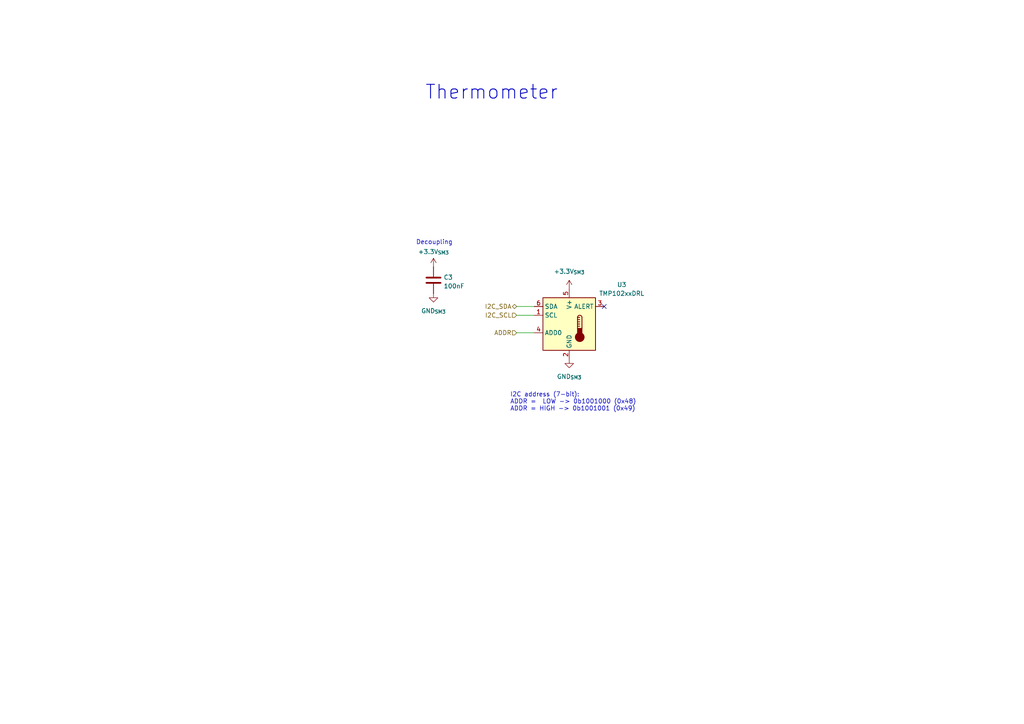
<source format=kicad_sch>
(kicad_sch (version 20231120) (generator "eeschema") (generator_version "8.0")
  (paper "A4")
  (title_block (title "Sensor multi-board") (date "2024-06-17") (rev "${VERSION}") (company "TrendBit s.r.o.") (comment 1 "Designed by: Petr Malaník"))
  (lib_symbols
    (symbol "Device:C" (pin_numbers hide) (pin_names (offset 0.254))
      (property "Reference" "C" (at 0.635 2.54 0))
      (property "Value" "C" (at 0.635 -2.54 0))
      (symbol "C_0_1"
        (polyline (pts (xy -2.032 -0.762) (xy 2.032 -0.762)) (stroke (width 0.508)))
        (polyline (pts (xy -2.032 0.762) (xy 2.032 0.762)) (stroke (width 0.508)))
      )
      (symbol "C_1_1"
        (pin passive line (at 0 3.81 270) (length 2.794) (name "~") (number "1"))
        (pin passive line (at 0 -3.81 90) (length 2.794) (name "~") (number "2"))
      )
    )
    (symbol "Sensor_Temperature:TMP102xxDRL"
      (property "Reference" "U" (at -2.54 10.795 0))
      (property "Value" "TMP102xxDRL" (at -2.54 8.89 0))
      (symbol "TMP102xxDRL_0_1"
        (rectangle (start -7.62 7.62) (end 7.62 -7.62) (stroke (width 0.254)) (fill (type background)))
      )
      (symbol "TMP102xxDRL_1_1"
        (polyline (pts (xy 2.413 -0.635) (xy 3.048 -0.635)) (stroke (width 0.254)))
        (polyline (pts (xy 2.413 0) (xy 3.048 0)) (stroke (width 0.254)))
        (polyline (pts (xy 2.413 0.635) (xy 3.048 0.635)) (stroke (width 0.254)))
        (polyline (pts (xy 2.413 1.27) (xy 3.048 1.27)) (stroke (width 0.254)))
        (polyline (pts (xy 2.413 1.905) (xy 2.413 -1.27)) (stroke (width 0.254)))
        (polyline (pts (xy 2.413 1.905) (xy 3.048 1.905)) (stroke (width 0.254)))
        (polyline (pts (xy 3.683 1.905) (xy 3.683 -1.27)) (stroke (width 0.254)))
        (circle (center 3.048 -3.81) (radius 1.27) (stroke (width 0.254)) (fill (type outline)))
        (rectangle (start 3.683 -3.175) (end 2.413 -1.27) (stroke (width 0.254)) (fill (type outline)))
        (arc (start 3.683 1.905) (mid 3.048 2.5373) (end 2.413 1.905) (stroke (width 0.254)))
        (pin input line (at -10.16 2.54 0) (length 2.54) (name "SCL") (number "1"))
        (pin power_in line (at 0 -10.16 90) (length 2.54) (name "GND") (number "2"))
        (pin open_collector line (at 10.16 5.08 180) (length 2.54) (name "ALERT") (number "3"))
        (pin input line (at -10.16 -2.54 0) (length 2.54) (name "ADD0") (number "4"))
        (pin power_in line (at 0 10.16 270) (length 2.54) (name "V+") (number "5"))
        (pin bidirectional line (at -10.16 5.08 0) (length 2.54) (name "SDA") (number "6"))
      )
    )
    (symbol "power:+3.3V" (power) (pin_numbers hide) (pin_names (offset 0) hide)
      (property "Value" "+3.3V" (at 0 3.556 0))
      (symbol "+3.3V_0_1"
        (polyline (pts (xy -0.762 1.27) (xy 0 2.54)))
        (polyline (pts (xy 0 0) (xy 0 2.54)))
        (polyline (pts (xy 0 2.54) (xy 0.762 1.27)))
      )
      (symbol "+3.3V_1_1"
        (pin power_in line (at 0 0 90) (length 0) (name "~") (number "1"))
      )
    )
    (symbol "power:GND" (power) (pin_numbers hide) (pin_names (offset 0) hide)
      (property "Value" "GND" (at 0 -3.81 0))
      (symbol "GND_0_1"
        (polyline (pts (xy 0 0) (xy 0 -1.27) (xy 1.27 -1.27) (xy 0 -2.54) (xy -1.27 -1.27) (xy 0 -1.27)))
      )
      (symbol "GND_1_1"
        (pin power_in line (at 0 0 270) (length 0) (name "~") (number "1"))
      )
    )
  )
  (no_connect (at 175.26 88.9))
  (wire (pts (xy 149.86 91.44) (xy 154.94 91.44)))
  (wire (pts (xy 149.86 88.9) (xy 154.94 88.9)))
  (wire (pts (xy 149.86 96.52) (xy 154.94 96.52)))
  (text "Decoupling\n" (at 120.65 71.12 0) (effects (font (size 1.27 1.27)) (justify left bottom)))
  (text "I2C address (7-bit):\nADDR =  LOW -> 0b1001000 (0x48)\nADDR = HIGH -> 0b1001001 (0x49)" (at 147.955 119.38 0) (effects (font (size 1.27 1.27)) (justify left bottom)))
  (text "Thermometer" (at 123.19 29.21 0) (effects (font (size 4 4) (thickness 0.254) (bold yes)) (justify left bottom)))
  (hierarchical_label "ADDR" (shape input) (at 149.86 96.52 180))
  (hierarchical_label "I2C_SDA" (shape tri_state) (at 149.86 88.9 180))
  (hierarchical_label "I2C_SCL" (shape input) (at 149.86 91.44 180))
  (symbol (lib_id "power:GND") (at 125.73 85.09 0) (unit 1)
    (property "Reference" "#PWR028" (effects (hide yes)))
    (property "Value" "GND_{SM3}" (at 125.73 90.17 0))
    (property "Description" "Power symbol creates a global label with name \"GND\" , ground" (effects (hide yes)))
    (instances (project "sensor_board" (path "" (reference "#PWR028") (unit 1)) (path "" (reference "#PWR037") (unit 1))))
  )
  (symbol (lib_id "power:+3.3V") (at 165.1 83.82 0) (unit 1)
    (property "Reference" "#PWR031" (effects (hide yes)))
    (property "Value" "+3.3V_{SM3}" (at 165.1 78.74 0))
    (property "Description" "Power symbol creates a global label with name \"+3.3V\"" (effects (hide yes)))
    (instances (project "sensor_board" (path "" (reference "#PWR031") (unit 1)) (path "" (reference "#PWR0237") (unit 1))))
  )
  (symbol (lib_id "power:+3.3V") (at 125.73 77.47 0) (unit 1)
    (property "Reference" "#PWR027" (effects (hide yes)))
    (property "Value" "+3.3V_{SM3}" (at 125.73 73.025 0))
    (property "Description" "Power symbol creates a global label with name \"+3.3V\"" (effects (hide yes)))
    (instances (project "sensor_board" (path "" (reference "#PWR027") (unit 1)) (path "" (reference "#PWR030") (unit 1))))
  )
  (symbol (lib_id "Sensor_Temperature:TMP102xxDRL") (at 165.1 93.98 0) (unit 1)
    (property "Reference" "U3" (at 180.34 82.5814 0))
    (property "Value" "TMP102xxDRL" (at 180.34 85.1214 0))
    (property "Footprint" "Package_TO_SOT_SMD:SOT-563" (effects (hide yes)))
    (property "Datasheet" "https://www.ti.com/lit/ds/symlink/tmp102.pdf" (effects (hide yes)))
    (property "Description" "Digital Temperature Sensor, +/- 3 °C, low-Power, SMBus, 12 bit, Two-Wire Serial Interface, SOT-563" (effects (hide yes)))
  )
  (symbol (lib_id "Device:C") (at 125.73 81.28 0) (unit 1)
    (property "Reference" "C3" (at 128.651 80.4453 0) (effects (justify left)))
    (property "Value" "100nF" (at 128.651 82.9822 0) (effects (justify left)))
    (property "Footprint" "TCY_passives:C_0603_1608Metric" (effects (hide yes)))
    (instances (project "sensor_board" (path "" (reference "C3") (unit 1)) (path "" (reference "C68") (unit 1))))
  )
  (symbol (lib_id "power:GND") (at 165.1 104.14 0) (unit 1)
    (property "Reference" "#PWR038" (effects (hide yes)))
    (property "Value" "GND_{SM3}" (at 165.1 109.22 0))
    (property "Description" "Power symbol creates a global label with name \"GND\" , ground" (effects (hide yes)))
    (instances (project "sensor_board" (path "" (reference "#PWR038") (unit 1)) (path "" (reference "#PWR0238") (unit 1))))
  )
)
</source>
